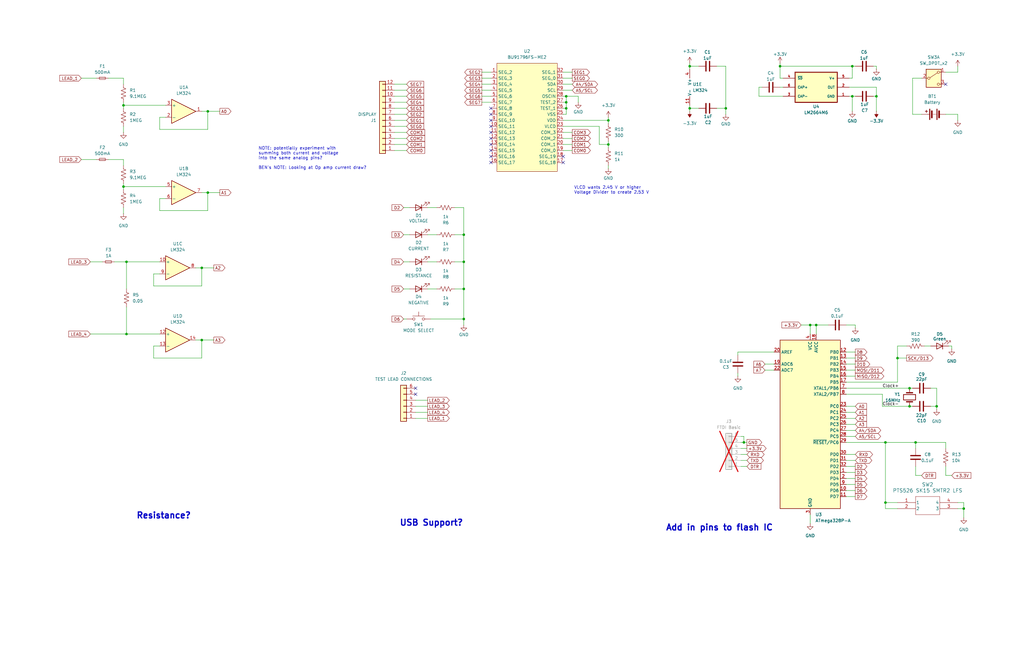
<source format=kicad_sch>
(kicad_sch (version 20250114) (generator "eeschema") (generator_version "9.0")
  (paper "USLedger")
  (text "Resistance?" (at 57.404 217.678 0) (effects (font (size 2.54 2.54) (thickness 0.508) (bold yes)) (justify left)))
  (text "NOTE: potentially experiment with \nsumming both current and voltage \ninto the same analog pins?\n\nBEN's NOTE: Looking at Op amp current draw?" (at 108.966 66.802 0) (effects (font (size 1.27 1.27)) (justify left)))
  (text "Add in pins to flash IC" (at 280.67 222.758 0) (effects (font (size 2.54 2.54) (thickness 0.508) (bold yes)) (justify left)))
  (text "VLCD wants 2.45 V or higher\nVoltage Divider to create 2.53 V" (at 242.062 80.264 0) (effects (font (size 1.27 1.27)) (justify left)))
  (text "USB Support?" (at 168.402 220.726 0) (effects (font (size 2.54 2.54) (thickness 0.508) (bold yes)) (justify left)))
  (junction (at 195.58 134.62))
  (junction (at 306.07 45.72))
  (junction (at 328.93 27.94))
  (junction (at 386.08 186.69))
  (junction (at 238.76 45.72))
  (junction (at 406.4 214.63))
  (junction (at 52.07 44.45))
  (junction (at 87.63 81.28))
  (junction (at 87.63 46.99))
  (junction (at 373.38 212.09))
  (junction (at 290.83 45.72))
  (junction (at 378.46 151.13))
  (junction (at 359.41 27.94))
  (junction (at 383.54 163.83))
  (junction (at 195.58 110.49))
  (junction (at 52.07 78.74))
  (junction (at 344.17 137.16))
  (junction (at 313.69 186.69))
  (junction (at 290.83 27.94))
  (junction (at 85.09 143.51))
  (junction (at 369.57 40.64))
  (junction (at 53.34 140.97))
  (junction (at 85.09 113.03))
  (junction (at 383.54 171.45))
  (junction (at 359.41 40.64))
  (junction (at 195.58 121.92))
  (junction (at 256.54 60.96))
  (junction (at 394.97 171.45))
  (junction (at 238.76 40.64))
  (junction (at 256.54 50.8))
  (junction (at 53.34 110.49))
  (junction (at 195.58 99.06))
  (junction (at 373.38 186.69))
  (junction (at 341.63 137.16))
  (junction (at 238.76 43.18))
  (no_connect (at 207.01 58.42))
  (no_connect (at 207.01 55.88))
  (no_connect (at 207.01 53.34))
  (no_connect (at 207.01 68.58))
  (no_connect (at 398.78 35.56))
  (no_connect (at 207.01 63.5))
  (no_connect (at 175.26 166.37))
  (no_connect (at 207.01 50.8))
  (no_connect (at 175.26 163.83))
  (no_connect (at 207.01 45.72))
  (no_connect (at 207.01 60.96))
  (no_connect (at 207.01 48.26))
  (no_connect (at 237.49 68.58))
  (no_connect (at 237.49 66.04))
  (no_connect (at 207.01 66.04))
  (wire (pts (xy 406.4 212.09) (xy 403.86 212.09)))
  (wire (pts (xy 394.97 171.45) (xy 392.43 171.45)))
  (wire (pts (xy 311.15 158.75) (xy 311.15 157.48)))
  (wire (pts (xy 373.38 186.69) (xy 386.08 186.69)))
  (wire (pts (xy 383.54 163.83) (xy 384.81 163.83)))
  (wire (pts (xy 38.1 110.49) (xy 43.18 110.49)))
  (wire (pts (xy 358.14 36.83) (xy 369.57 36.83)))
  (wire (pts (xy 48.26 110.49) (xy 53.34 110.49)))
  (wire (pts (xy 67.31 88.9) (xy 87.63 88.9)))
  (wire (pts (xy 382.27 151.13) (xy 378.46 151.13)))
  (wire (pts (xy 238.76 45.72) (xy 238.76 43.18)))
  (wire (pts (xy 67.31 146.05) (xy 64.77 146.05)))
  (wire (pts (xy 237.49 35.56) (xy 241.3 35.56)))
  (wire (pts (xy 171.45 63.5) (xy 166.37 63.5)))
  (wire (pts (xy 67.31 49.53) (xy 67.31 54.61)))
  (wire (pts (xy 373.38 186.69) (xy 373.38 212.09)))
  (wire (pts (xy 170.18 121.92) (xy 172.72 121.92)))
  (wire (pts (xy 87.63 46.99) (xy 85.09 46.99)))
  (wire (pts (xy 171.45 55.88) (xy 166.37 55.88)))
  (wire (pts (xy 238.76 43.18) (xy 238.76 40.64)))
  (wire (pts (xy 359.41 33.02) (xy 358.14 33.02)))
  (wire (pts (xy 386.08 186.69) (xy 398.78 186.69)))
  (wire (pts (xy 195.58 87.63) (xy 195.58 99.06)))
  (wire (pts (xy 290.83 26.67) (xy 290.83 27.94)))
  (wire (pts (xy 170.18 99.06) (xy 172.72 99.06)))
  (wire (pts (xy 378.46 146.05) (xy 378.46 151.13)))
  (wire (pts (xy 356.87 201.93) (xy 360.68 201.93)))
  (wire (pts (xy 195.58 121.92) (xy 195.58 134.62)))
  (wire (pts (xy 356.87 148.59) (xy 360.68 148.59)))
  (wire (pts (xy 320.04 40.64) (xy 330.2 40.64)))
  (wire (pts (xy 171.45 45.72) (xy 166.37 45.72)))
  (wire (pts (xy 175.26 173.99) (xy 180.34 173.99)))
  (wire (pts (xy 313.69 184.15) (xy 313.69 186.69)))
  (wire (pts (xy 38.1 140.97) (xy 53.34 140.97)))
  (wire (pts (xy 252.73 60.96) (xy 256.54 60.96)))
  (wire (pts (xy 356.87 191.77) (xy 360.68 191.77)))
  (wire (pts (xy 398.78 200.66) (xy 401.32 200.66)))
  (wire (pts (xy 184.15 99.06) (xy 180.34 99.06)))
  (wire (pts (xy 341.63 137.16) (xy 344.17 137.16)))
  (wire (pts (xy 290.83 45.72) (xy 290.83 46.99)))
  (wire (pts (xy 386.08 196.85) (xy 386.08 200.66)))
  (wire (pts (xy 87.63 81.28) (xy 92.71 81.28)))
  (wire (pts (xy 359.41 27.94) (xy 359.41 33.02)))
  (wire (pts (xy 384.81 33.02) (xy 388.62 33.02)))
  (wire (pts (xy 312.42 189.23) (xy 314.96 189.23)))
  (wire (pts (xy 237.49 48.26) (xy 238.76 48.26)))
  (wire (pts (xy 356.87 151.13) (xy 360.68 151.13)))
  (wire (pts (xy 175.26 176.53) (xy 180.34 176.53)))
  (wire (pts (xy 45.72 67.31) (xy 52.07 67.31)))
  (wire (pts (xy 52.07 77.47) (xy 52.07 78.74)))
  (wire (pts (xy 203.2 43.18) (xy 207.01 43.18)))
  (wire (pts (xy 369.57 46.99) (xy 369.57 40.64)))
  (wire (pts (xy 344.17 137.16) (xy 349.25 137.16)))
  (wire (pts (xy 378.46 161.29) (xy 356.87 161.29)))
  (wire (pts (xy 313.69 186.69) (xy 314.96 186.69)))
  (wire (pts (xy 243.84 40.64) (xy 243.84 43.18)))
  (wire (pts (xy 237.49 55.88) (xy 241.3 55.88)))
  (wire (pts (xy 356.87 156.21) (xy 360.68 156.21)))
  (wire (pts (xy 171.45 53.34) (xy 166.37 53.34)))
  (wire (pts (xy 356.87 194.31) (xy 360.68 194.31)))
  (wire (pts (xy 394.97 172.72) (xy 394.97 171.45)))
  (wire (pts (xy 85.09 143.51) (xy 82.55 143.51)))
  (wire (pts (xy 312.42 186.69) (xy 313.69 186.69)))
  (wire (pts (xy 171.45 50.8) (xy 166.37 50.8)))
  (wire (pts (xy 320.04 36.83) (xy 320.04 40.64)))
  (wire (pts (xy 378.46 214.63) (xy 373.38 214.63)))
  (wire (pts (xy 328.93 27.94) (xy 359.41 27.94)))
  (wire (pts (xy 203.2 38.1) (xy 207.01 38.1)))
  (wire (pts (xy 356.87 204.47) (xy 360.68 204.47)))
  (wire (pts (xy 369.57 27.94) (xy 369.57 29.21)))
  (wire (pts (xy 356.87 173.99) (xy 360.68 173.99)))
  (wire (pts (xy 326.39 148.59) (xy 311.15 148.59)))
  (wire (pts (xy 184.15 121.92) (xy 180.34 121.92)))
  (wire (pts (xy 237.49 33.02) (xy 241.3 33.02)))
  (wire (pts (xy 203.2 33.02) (xy 207.01 33.02)))
  (wire (pts (xy 330.2 33.02) (xy 328.93 33.02)))
  (wire (pts (xy 401.32 146.05) (xy 400.05 146.05)))
  (wire (pts (xy 171.45 40.64) (xy 166.37 40.64)))
  (wire (pts (xy 85.09 143.51) (xy 90.17 143.51)))
  (wire (pts (xy 311.15 148.59) (xy 311.15 149.86)))
  (wire (pts (xy 203.2 30.48) (xy 207.01 30.48)))
  (wire (pts (xy 373.38 212.09) (xy 378.46 212.09)))
  (wire (pts (xy 64.77 151.13) (xy 85.09 151.13)))
  (wire (pts (xy 237.49 30.48) (xy 241.3 30.48)))
  (wire (pts (xy 356.87 186.69) (xy 373.38 186.69)))
  (wire (pts (xy 341.63 217.17) (xy 341.63 220.98)))
  (wire (pts (xy 344.17 137.16) (xy 344.17 140.97)))
  (wire (pts (xy 356.87 171.45) (xy 360.68 171.45)))
  (wire (pts (xy 256.54 52.07) (xy 256.54 50.8)))
  (wire (pts (xy 52.07 53.34) (xy 52.07 55.88)))
  (wire (pts (xy 328.93 36.83) (xy 330.2 36.83)))
  (wire (pts (xy 170.18 110.49) (xy 172.72 110.49)))
  (wire (pts (xy 356.87 209.55) (xy 360.68 209.55)))
  (wire (pts (xy 383.54 171.45) (xy 384.81 171.45)))
  (wire (pts (xy 290.83 44.45) (xy 290.83 45.72)))
  (wire (pts (xy 356.87 179.07) (xy 360.68 179.07)))
  (wire (pts (xy 52.07 33.02) (xy 52.07 35.56)))
  (wire (pts (xy 394.97 163.83) (xy 394.97 171.45)))
  (wire (pts (xy 52.07 87.63) (xy 52.07 90.17)))
  (wire (pts (xy 373.38 212.09) (xy 373.38 214.63)))
  (wire (pts (xy 191.77 110.49) (xy 195.58 110.49)))
  (wire (pts (xy 384.81 33.02) (xy 384.81 48.26)))
  (wire (pts (xy 386.08 186.69) (xy 386.08 189.23)))
  (wire (pts (xy 302.26 27.94) (xy 306.07 27.94)))
  (wire (pts (xy 398.78 186.69) (xy 398.78 189.23)))
  (wire (pts (xy 360.68 137.16) (xy 360.68 138.43)))
  (wire (pts (xy 358.14 40.64) (xy 359.41 40.64)))
  (wire (pts (xy 67.31 115.57) (xy 64.77 115.57)))
  (wire (pts (xy 238.76 40.64) (xy 243.84 40.64)))
  (wire (pts (xy 341.63 140.97) (xy 341.63 137.16)))
  (wire (pts (xy 64.77 120.65) (xy 85.09 120.65)))
  (wire (pts (xy 85.09 120.65) (xy 85.09 113.03)))
  (wire (pts (xy 238.76 48.26) (xy 238.76 45.72)))
  (wire (pts (xy 368.3 27.94) (xy 369.57 27.94)))
  (wire (pts (xy 170.18 134.62) (xy 171.45 134.62)))
  (wire (pts (xy 175.26 168.91) (xy 180.34 168.91)))
  (wire (pts (xy 52.07 78.74) (xy 52.07 80.01)))
  (wire (pts (xy 290.83 45.72) (xy 294.64 45.72)))
  (wire (pts (xy 34.29 67.31) (xy 40.64 67.31)))
  (wire (pts (xy 181.61 134.62) (xy 195.58 134.62)))
  (wire (pts (xy 69.85 49.53) (xy 67.31 49.53)))
  (wire (pts (xy 53.34 140.97) (xy 53.34 129.54)))
  (wire (pts (xy 356.87 153.67) (xy 360.68 153.67)))
  (wire (pts (xy 356.87 196.85) (xy 360.68 196.85)))
  (wire (pts (xy 85.09 113.03) (xy 90.17 113.03)))
  (wire (pts (xy 191.77 87.63) (xy 195.58 87.63)))
  (wire (pts (xy 34.29 33.02) (xy 40.64 33.02)))
  (wire (pts (xy 368.3 40.64) (xy 369.57 40.64)))
  (wire (pts (xy 356.87 181.61) (xy 360.68 181.61)))
  (wire (pts (xy 195.58 134.62) (xy 195.58 137.16)))
  (wire (pts (xy 403.86 48.26) (xy 403.86 50.8)))
  (wire (pts (xy 406.4 214.63) (xy 406.4 218.44)))
  (wire (pts (xy 252.73 53.34) (xy 252.73 60.96)))
  (wire (pts (xy 191.77 121.92) (xy 195.58 121.92)))
  (wire (pts (xy 401.32 146.05) (xy 401.32 147.32)))
  (wire (pts (xy 45.72 33.02) (xy 52.07 33.02)))
  (wire (pts (xy 328.93 33.02) (xy 328.93 27.94)))
  (wire (pts (xy 87.63 54.61) (xy 87.63 46.99)))
  (wire (pts (xy 195.58 110.49) (xy 195.58 121.92)))
  (wire (pts (xy 389.89 146.05) (xy 392.43 146.05)))
  (wire (pts (xy 64.77 115.57) (xy 64.77 120.65)))
  (wire (pts (xy 256.54 69.85) (xy 256.54 71.12)))
  (wire (pts (xy 237.49 40.64) (xy 238.76 40.64)))
  (wire (pts (xy 306.07 27.94) (xy 306.07 45.72)))
  (wire (pts (xy 356.87 137.16) (xy 360.68 137.16)))
  (wire (pts (xy 398.78 48.26) (xy 403.86 48.26)))
  (wire (pts (xy 372.11 171.45) (xy 383.54 171.45)))
  (wire (pts (xy 312.42 191.77) (xy 314.96 191.77)))
  (wire (pts (xy 306.07 45.72) (xy 306.07 48.26)))
  (wire (pts (xy 171.45 43.18) (xy 166.37 43.18)))
  (wire (pts (xy 312.42 184.15) (xy 313.69 184.15)))
  (wire (pts (xy 87.63 46.99) (xy 92.71 46.99)))
  (wire (pts (xy 52.07 43.18) (xy 52.07 44.45)))
  (wire (pts (xy 378.46 151.13) (xy 378.46 161.29)))
  (wire (pts (xy 369.57 40.64) (xy 369.57 36.83)))
  (wire (pts (xy 312.42 196.85) (xy 314.96 196.85)))
  (wire (pts (xy 237.49 38.1) (xy 241.3 38.1)))
  (wire (pts (xy 328.93 26.67) (xy 328.93 27.94)))
  (wire (pts (xy 195.58 99.06) (xy 195.58 110.49)))
  (wire (pts (xy 171.45 38.1) (xy 166.37 38.1)))
  (wire (pts (xy 356.87 163.83) (xy 383.54 163.83)))
  (wire (pts (xy 52.07 78.74) (xy 69.85 78.74)))
  (wire (pts (xy 392.43 163.83) (xy 394.97 163.83)))
  (wire (pts (xy 184.15 110.49) (xy 180.34 110.49)))
  (wire (pts (xy 360.68 27.94) (xy 359.41 27.94)))
  (wire (pts (xy 87.63 88.9) (xy 87.63 81.28)))
  (wire (pts (xy 237.49 60.96) (xy 241.3 60.96)))
  (wire (pts (xy 171.45 58.42) (xy 166.37 58.42)))
  (wire (pts (xy 171.45 48.26) (xy 166.37 48.26)))
  (wire (pts (xy 256.54 59.69) (xy 256.54 60.96)))
  (wire (pts (xy 372.11 166.37) (xy 372.11 171.45)))
  (wire (pts (xy 337.82 137.16) (xy 341.63 137.16)))
  (wire (pts (xy 85.09 113.03) (xy 82.55 113.03)))
  (wire (pts (xy 171.45 60.96) (xy 166.37 60.96)))
  (wire (pts (xy 237.49 50.8) (xy 256.54 50.8)))
  (wire (pts (xy 406.4 212.09) (xy 406.4 214.63)))
  (wire (pts (xy 237.49 43.18) (xy 238.76 43.18)))
  (wire (pts (xy 356.87 207.01) (xy 360.68 207.01)))
  (wire (pts (xy 64.77 146.05) (xy 64.77 151.13)))
  (wire (pts (xy 171.45 35.56) (xy 166.37 35.56)))
  (wire (pts (xy 312.42 194.31) (xy 314.96 194.31)))
  (wire (pts (xy 356.87 184.15) (xy 360.68 184.15)))
  (wire (pts (xy 356.87 176.53) (xy 360.68 176.53)))
  (wire (pts (xy 403.86 30.48) (xy 403.86 27.94)))
  (wire (pts (xy 359.41 40.64) (xy 360.68 40.64)))
  (wire (pts (xy 378.46 146.05) (xy 382.27 146.05)))
  (wire (pts (xy 67.31 83.82) (xy 67.31 88.9)))
  (wire (pts (xy 321.31 36.83) (xy 320.04 36.83)))
  (wire (pts (xy 237.49 45.72) (xy 238.76 45.72)))
  (wire (pts (xy 237.49 63.5) (xy 241.3 63.5)))
  (wire (pts (xy 356.87 199.39) (xy 360.68 199.39)))
  (wire (pts (xy 406.4 214.63) (xy 403.86 214.63)))
  (wire (pts (xy 53.34 110.49) (xy 53.34 121.92)))
  (wire (pts (xy 191.77 99.06) (xy 195.58 99.06)))
  (wire (pts (xy 67.31 54.61) (xy 87.63 54.61)))
  (wire (pts (xy 302.26 45.72) (xy 306.07 45.72)))
  (wire (pts (xy 237.49 53.34) (xy 252.73 53.34)))
  (wire (pts (xy 384.81 48.26) (xy 388.62 48.26)))
  (wire (pts (xy 398.78 30.48) (xy 403.86 30.48)))
  (wire (pts (xy 386.08 200.66) (xy 388.62 200.66)))
  (wire (pts (xy 322.58 156.21) (xy 326.39 156.21)))
  (wire (pts (xy 237.49 58.42) (xy 241.3 58.42)))
  (wire (pts (xy 170.18 87.63) (xy 172.72 87.63)))
  (wire (pts (xy 52.07 67.31) (xy 52.07 69.85)))
  (wire (pts (xy 203.2 35.56) (xy 207.01 35.56)))
  (wire (pts (xy 52.07 44.45) (xy 69.85 44.45)))
  (wire (pts (xy 290.83 27.94) (xy 294.64 27.94)))
  (wire (pts (xy 53.34 140.97) (xy 67.31 140.97)))
  (wire (pts (xy 356.87 158.75) (xy 360.68 158.75)))
  (wire (pts (xy 52.07 44.45) (xy 52.07 45.72)))
  (wire (pts (xy 53.34 110.49) (xy 67.31 110.49)))
  (wire (pts (xy 87.63 81.28) (xy 85.09 81.28)))
  (wire (pts (xy 398.78 196.85) (xy 398.78 200.66)))
  (wire (pts (xy 85.09 151.13) (xy 85.09 143.51)))
  (wire (pts (xy 356.87 166.37) (xy 372.11 166.37)))
  (wire (pts (xy 359.41 40.64) (xy 359.41 46.99)))
  (wire (pts (xy 69.85 83.82) (xy 67.31 83.82)))
  (wire (pts (xy 184.15 87.63) (xy 180.34 87.63)))
  (wire (pts (xy 322.58 153.67) (xy 326.39 153.67)))
  (wire (pts (xy 203.2 40.64) (xy 207.01 40.64)))
  (wire (pts (xy 256.54 49.53) (xy 256.54 50.8)))
  (wire (pts (xy 175.26 171.45) (xy 180.34 171.45)))
  (wire (pts (xy 290.83 27.94) (xy 290.83 29.21)))
  (wire (pts (xy 256.54 60.96) (xy 256.54 62.23)))
  (label "Clock-" (at 372.11 171.45 0))
  (label "Clock+" (at 372.11 163.83 0))
  (global_label "COM0" (shape output) (at 241.3 63.5 0) (property "Intersheetrefs" "${INTERSHEET_REFS}" (effects (hide yes))))
  (global_label "SEG0" (shape input) (at 171.45 53.34 0) (property "Intersheetrefs" "${INTERSHEET_REFS}" (effects (hide yes))))
  (global_label "SCK{slash}D13" (shape output) (at 382.27 151.13 0) (property "Intersheetrefs" "${INTERSHEET_REFS}" (effects (hide yes))))
  (global_label "D6" (shape input) (at 170.18 134.62 180) (property "Intersheetrefs" "${INTERSHEET_REFS}" (effects (hide yes))))
  (global_label "D5" (shape input) (at 170.18 121.92 180) (property "Intersheetrefs" "${INTERSHEET_REFS}" (effects (hide yes))))
  (global_label "SEG0" (shape output) (at 241.3 33.02 0) (property "Intersheetrefs" "${INTERSHEET_REFS}" (effects (hide yes))))
  (global_label "LEAD_3" (shape output) (at 180.34 171.45 0) (property "Intersheetrefs" "${INTERSHEET_REFS}" (effects (hide yes))))
  (global_label "MOSI{slash}D11" (shape output) (at 360.68 156.21 0) (property "Intersheetrefs" "${INTERSHEET_REFS}" (effects (hide yes))))
  (global_label "LEAD_2" (shape input) (at 34.29 67.31 180) (property "Intersheetrefs" "${INTERSHEET_REFS}" (effects (hide yes))))
  (global_label "D4" (shape output) (at 360.68 201.93 0) (property "Intersheetrefs" "${INTERSHEET_REFS}" (effects (hide yes))))
  (global_label "SEG3" (shape output) (at 203.2 33.02 180) (property "Intersheetrefs" "${INTERSHEET_REFS}" (effects (hide yes))))
  (global_label "A3" (shape input) (at 360.68 179.07 0) (property "Intersheetrefs" "${INTERSHEET_REFS}" (effects (hide yes))))
  (global_label "A2" (shape input) (at 360.68 176.53 0) (property "Intersheetrefs" "${INTERSHEET_REFS}" (effects (hide yes))))
  (global_label "COM1" (shape output) (at 241.3 60.96 0) (property "Intersheetrefs" "${INTERSHEET_REFS}" (effects (hide yes))))
  (global_label "D8" (shape output) (at 360.68 148.59 0) (property "Intersheetrefs" "${INTERSHEET_REFS}" (effects (hide yes))))
  (global_label "COM0" (shape input) (at 171.45 63.5 0) (property "Intersheetrefs" "${INTERSHEET_REFS}" (effects (hide yes))))
  (global_label "A5{slash}SCL" (shape bidirectional) (at 360.68 184.15 0) (property "Intersheetrefs" "${INTERSHEET_REFS}" (effects (hide yes))))
  (global_label "COM2" (shape output) (at 241.3 58.42 0) (property "Intersheetrefs" "${INTERSHEET_REFS}" (effects (hide yes))))
  (global_label "TXD" (shape bidirectional) (at 360.68 194.31 0) (property "Intersheetrefs" "${INTERSHEET_REFS}" (effects (hide yes))))
  (global_label "SEG7" (shape input) (at 171.45 35.56 0) (property "Intersheetrefs" "${INTERSHEET_REFS}" (effects (hide yes))))
  (global_label "D7" (shape output) (at 360.68 209.55 0) (property "Intersheetrefs" "${INTERSHEET_REFS}" (effects (hide yes))))
  (global_label "A1" (shape output) (at 92.71 81.28 0) (property "Intersheetrefs" "${INTERSHEET_REFS}" (effects (hide yes))))
  (global_label "A2" (shape output) (at 90.17 113.03 0) (property "Intersheetrefs" "${INTERSHEET_REFS}" (effects (hide yes))))
  (global_label "LEAD_2" (shape output) (at 180.34 168.91 0) (property "Intersheetrefs" "${INTERSHEET_REFS}" (effects (hide yes))))
  (global_label "+3.3V" (shape input) (at 337.82 137.16 180) (property "Intersheetrefs" "${INTERSHEET_REFS}" (effects (hide yes))))
  (global_label "SEG2" (shape output) (at 203.2 30.48 180) (property "Intersheetrefs" "${INTERSHEET_REFS}" (effects (hide yes))))
  (global_label "SEG3" (shape input) (at 171.45 45.72 0) (property "Intersheetrefs" "${INTERSHEET_REFS}" (effects (hide yes))))
  (global_label "D10" (shape output) (at 360.68 153.67 0) (property "Intersheetrefs" "${INTERSHEET_REFS}" (effects (hide yes))))
  (global_label "A4{slash}SDA" (shape bidirectional) (at 241.3 35.56 0) (property "Intersheetrefs" "${INTERSHEET_REFS}" (effects (hide yes))))
  (global_label "COM3" (shape output) (at 241.3 55.88 0) (property "Intersheetrefs" "${INTERSHEET_REFS}" (effects (hide yes))))
  (global_label "DTR" (shape input) (at 388.62 200.66 0) (property "Intersheetrefs" "${INTERSHEET_REFS}" (effects (hide yes))))
  (global_label "A5{slash}SCL" (shape bidirectional) (at 241.3 38.1 0) (property "Intersheetrefs" "${INTERSHEET_REFS}" (effects (hide yes))))
  (global_label "+3.3V" (shape output) (at 314.96 189.23 0) (property "Intersheetrefs" "${INTERSHEET_REFS}" (effects (hide yes))))
  (global_label "A0" (shape output) (at 92.71 46.99 0) (property "Intersheetrefs" "${INTERSHEET_REFS}" (effects (hide yes))))
  (global_label "D2" (shape input) (at 170.18 87.63 180) (property "Intersheetrefs" "${INTERSHEET_REFS}" (effects (hide yes))))
  (global_label "D2" (shape output) (at 360.68 196.85 0) (property "Intersheetrefs" "${INTERSHEET_REFS}" (effects (hide yes))))
  (global_label "SEG6" (shape input) (at 171.45 38.1 0) (property "Intersheetrefs" "${INTERSHEET_REFS}" (effects (hide yes))))
  (global_label "LEAD_4" (shape output) (at 180.34 173.99 0) (property "Intersheetrefs" "${INTERSHEET_REFS}" (effects (hide yes))))
  (global_label "A6" (shape input) (at 322.58 153.67 180) (property "Intersheetrefs" "${INTERSHEET_REFS}" (effects (hide yes))))
  (global_label "SEG5" (shape input) (at 171.45 40.64 0) (property "Intersheetrefs" "${INTERSHEET_REFS}" (effects (hide yes))))
  (global_label "+3.3V" (shape input) (at 401.32 200.66 0) (property "Intersheetrefs" "${INTERSHEET_REFS}" (effects (hide yes))))
  (global_label "LEAD_1" (shape output) (at 180.34 176.53 0) (property "Intersheetrefs" "${INTERSHEET_REFS}" (effects (hide yes))))
  (global_label "A7" (shape input) (at 322.58 156.21 180) (property "Intersheetrefs" "${INTERSHEET_REFS}" (effects (hide yes))))
  (global_label "COM3" (shape input) (at 171.45 55.88 0) (property "Intersheetrefs" "${INTERSHEET_REFS}" (effects (hide yes))))
  (global_label "TXD" (shape bidirectional) (at 314.96 194.31 0) (property "Intersheetrefs" "${INTERSHEET_REFS}" (effects (hide yes))))
  (global_label "A3" (shape output) (at 90.17 143.51 0) (property "Intersheetrefs" "${INTERSHEET_REFS}" (effects (hide yes))))
  (global_label "SEG1" (shape input) (at 171.45 50.8 0) (property "Intersheetrefs" "${INTERSHEET_REFS}" (effects (hide yes))))
  (global_label "LEAD_3" (shape input) (at 38.1 110.49 180) (property "Intersheetrefs" "${INTERSHEET_REFS}" (effects (hide yes))))
  (global_label "A4{slash}SDA" (shape bidirectional) (at 360.68 181.61 0) (property "Intersheetrefs" "${INTERSHEET_REFS}" (effects (hide yes))))
  (global_label "SEG7" (shape output) (at 203.2 43.18 180) (property "Intersheetrefs" "${INTERSHEET_REFS}" (effects (hide yes))))
  (global_label "RXD" (shape bidirectional) (at 314.96 191.77 0) (property "Intersheetrefs" "${INTERSHEET_REFS}" (effects (hide yes))))
  (global_label "MISO{slash}D12" (shape output) (at 360.68 158.75 0) (property "Intersheetrefs" "${INTERSHEET_REFS}" (effects (hide yes))))
  (global_label "D6" (shape output) (at 360.68 207.01 0) (property "Intersheetrefs" "${INTERSHEET_REFS}" (effects (hide yes))))
  (global_label "SEG5" (shape output) (at 203.2 38.1 180) (property "Intersheetrefs" "${INTERSHEET_REFS}" (effects (hide yes))))
  (global_label "COM2" (shape input) (at 171.45 58.42 0) (property "Intersheetrefs" "${INTERSHEET_REFS}" (effects (hide yes))))
  (global_label "D9" (shape output) (at 360.68 151.13 0) (property "Intersheetrefs" "${INTERSHEET_REFS}" (effects (hide yes))))
  (global_label "COM1" (shape input) (at 171.45 60.96 0) (property "Intersheetrefs" "${INTERSHEET_REFS}" (effects (hide yes))))
  (global_label "SEG1" (shape output) (at 241.3 30.48 0) (property "Intersheetrefs" "${INTERSHEET_REFS}" (effects (hide yes))))
  (global_label "LEAD_1" (shape input) (at 34.29 33.02 180) (property "Intersheetrefs" "${INTERSHEET_REFS}" (effects (hide yes))))
  (global_label "D3" (shape output) (at 360.68 199.39 0) (property "Intersheetrefs" "${INTERSHEET_REFS}" (effects (hide yes))))
  (global_label "DTR" (shape input) (at 314.96 196.85 0) (property "Intersheetrefs" "${INTERSHEET_REFS}" (effects (hide yes))))
  (global_label "A0" (shape input) (at 360.68 171.45 0) (property "Intersheetrefs" "${INTERSHEET_REFS}" (effects (hide yes))))
  (global_label "D5" (shape output) (at 360.68 204.47 0) (property "Intersheetrefs" "${INTERSHEET_REFS}" (effects (hide yes))))
  (global_label "SEG4" (shape output) (at 203.2 35.56 180) (property "Intersheetrefs" "${INTERSHEET_REFS}" (effects (hide yes))))
  (global_label "SEG2" (shape input) (at 171.45 48.26 0) (property "Intersheetrefs" "${INTERSHEET_REFS}" (effects (hide yes))))
  (global_label "RXD" (shape bidirectional) (at 360.68 191.77 0) (property "Intersheetrefs" "${INTERSHEET_REFS}" (effects (hide yes))))
  (global_label "GND" (shape output) (at 314.96 186.69 0) (property "Intersheetrefs" "${INTERSHEET_REFS}" (effects (hide yes))))
  (global_label "SEG4" (shape input) (at 171.45 43.18 0) (property "Intersheetrefs" "${INTERSHEET_REFS}" (effects (hide yes))))
  (global_label "SEG6" (shape output) (at 203.2 40.64 180) (property "Intersheetrefs" "${INTERSHEET_REFS}" (effects (hide yes))))
  (global_label "LEAD_4" (shape input) (at 38.1 140.97 180) (property "Intersheetrefs" "${INTERSHEET_REFS}" (effects (hide yes))))
  (global_label "D3" (shape input) (at 170.18 99.06 180) (property "Intersheetrefs" "${INTERSHEET_REFS}" (effects (hide yes))))
  (global_label "D4" (shape input) (at 170.18 110.49 180) (property "Intersheetrefs" "${INTERSHEET_REFS}" (effects (hide yes))))
  (global_label "A1" (shape input) (at 360.68 173.99 0) (property "Intersheetrefs" "${INTERSHEET_REFS}" (effects (hide yes))))
  (symbol (lib_id "Device:R_US") (at 187.96 121.92 270) (unit 1)
    (property "Reference" "R9" (at 187.96 128.27 90))
    (property "Value" "1k" (at 187.96 125.73 90))
    (property "Footprint" "Resistor_SMD:R_0805_2012Metric_Pad1.20x1.40mm_HandSolder" (effects (hide yes)))
    (property "Description" "Resistor, US symbol" (effects (hide yes)))
  )
  (symbol (lib_id "power:GND") (at 306.07 48.26 0) (unit 1)
    (property "Reference" "#PWR09" (effects (hide yes)))
    (property "Value" "GND" (at 306.07 52.324 0))
    (property "Description" "Power symbol creates a global label with name \"GND\" , ground" (effects (hide yes)))
  )
  (symbol (lib_id "Mini_DMM_Library:PTS526_SK15_SMTR2_LFS") (at 370.84 212.09 0) (unit 1)
    (property "Reference" "SW2" (at 391.16 204.47 0) (effects (font (size 1.524 1.524))))
    (property "Value" "PTS526 SK15 SMTR2 LFS" (at 391.16 207.01 0) (effects (font (size 1.524 1.524))))
    (property "Footprint" "Mini_DMM_Footprint_Library:SMT_FS" (effects (hide yes)))
    (property "Datasheet" "PTS526 SK15 SMTR2 LFS" (effects (hide yes)))
  )
  (symbol (lib_id "power:GND") (at 394.97 172.72 0) (unit 1)
    (property "Reference" "#PWR017" (effects (hide yes)))
    (property "Value" "GND" (at 394.97 177.8 0))
    (property "Description" "Power symbol creates a global label with name \"GND\" , ground" (effects (hide yes)))
  )
  (symbol (lib_id "Device:R_US") (at 52.07 39.37 0) (unit 1)
    (property "Reference" "R1" (at 54.61 38.0999 0) (effects (justify left)))
    (property "Value" "9.1MEG" (at 54.61 40.6399 0) (effects (justify left)))
    (property "Footprint" "Resistor_SMD:R_0805_2012Metric_Pad1.20x1.40mm_HandSolder" (effects (hide yes)))
    (property "Description" "Resistor, US symbol" (effects (hide yes)))
  )
  (symbol (lib_id "Amplifier_Operational:LM324") (at 77.47 81.28 0) (unit 2)
    (property "Reference" "U1" (at 77.47 71.12 0))
    (property "Value" "LM324" (at 77.47 73.66 0))
    (property "Footprint" "Package_SO:SOIC-14_3.9x8.7mm_P1.27mm" (effects (hide yes)))
    (property "Datasheet" "http://www.ti.com/lit/ds/symlink/lm2902-n.pdf" (effects (hide yes)))
    (property "Description" "Low-Power, Quad-Operational Amplifiers, DIP-14/SOIC-14/SSOP-14" (effects (hide yes)))
  )
  (symbol (lib_id "Device:LED") (at 176.53 121.92 180) (unit 1)
    (property "Reference" "D4" (at 176.53 125.222 0))
    (property "Value" "NEGATIVE" (at 176.53 127.762 0))
    (property "Footprint" "LED_SMD:LED_0805_2012Metric_Pad1.15x1.40mm_HandSolder" (effects (hide yes)))
    (property "Description" "Light emitting diode" (effects (hide yes)))
    (property "Sim.Pins" "1=K 2=A" (effects (hide yes)))
  )
  (symbol (lib_id "Device:R_US") (at 53.34 125.73 0) (unit 1)
    (property "Reference" "R5" (at 55.88 124.4599 0) (effects (justify left)))
    (property "Value" "0.05" (at 55.88 126.9999 0) (effects (justify left)))
    (property "Footprint" "Resistor_SMD:R_2512_6332Metric_Pad1.40x3.35mm_HandSolder" (effects (hide yes)))
    (property "Description" "Resistor, US symbol" (effects (hide yes)))
  )
  (symbol (lib_id "Device:LED") (at 176.53 99.06 180) (unit 1)
    (property "Reference" "D2" (at 176.53 102.362 0))
    (property "Value" "CURRENT" (at 176.53 104.902 0))
    (property "Footprint" "LED_SMD:LED_0805_2012Metric_Pad1.15x1.40mm_HandSolder" (effects (hide yes)))
    (property "Description" "Light emitting diode" (effects (hide yes)))
    (property "Sim.Pins" "1=K 2=A" (effects (hide yes)))
  )
  (symbol (lib_id "power:+3.3V") (at 328.93 26.67 0) (unit 1)
    (property "Reference" "#PWR011" (effects (hide yes)))
    (property "Value" "+3.3V" (at 328.93 22.86 0))
    (property "Description" "Power symbol creates a global label with name \"+3.3V\"" (effects (hide yes)))
  )
  (symbol (lib_id "Connector_Generic:Conn_01x06") (at 307.34 191.77 180) (unit 1) (dnp yes)
    (property "Reference" "J3" (at 307.34 177.8 0))
    (property "Value" "FTDI Basic" (at 307.34 180.34 0))
    (property "Footprint" "Connector_PinSocket_2.54mm:PinSocket_1x06_P2.54mm_Vertical" (effects (hide yes)))
    (property "Description" "Generic connector, single row, 01x06, script generated (kicad-library-utils/schlib/autogen/connector/)" (effects (hide yes)))
  )
  (symbol (lib_id "Device:R_US") (at 256.54 66.04 0) (unit 1)
    (property "Reference" "R11" (at 259.08 64.7699 0) (effects (justify left)))
    (property "Value" "1k" (at 259.08 67.3099 0) (effects (justify left)))
    (property "Footprint" "Resistor_SMD:R_0805_2012Metric_Pad1.20x1.40mm_HandSolder" (effects (hide yes)))
    (property "Description" "Resistor, US symbol" (effects (hide yes)))
  )
  (symbol (lib_id "Device:C") (at 325.12 36.83 270) (mirror x) (unit 1)
    (property "Reference" "C4" (at 324.993 30.861 90))
    (property "Value" "1uF" (at 324.993 33.401 90))
    (property "Footprint" "Capacitor_SMD:C_0805_2012Metric_Pad1.18x1.45mm_HandSolder" (effects (hide yes)))
    (property "Description" "Unpolarized capacitor" (effects (hide yes)))
  )
  (symbol (lib_id "Device:C") (at 388.62 171.45 270) (mirror x) (unit 1)
    (property "Reference" "C10" (at 388.62 177.546 90))
    (property "Value" "22pF" (at 388.62 175.26 90))
    (property "Footprint" "Capacitor_SMD:C_0805_2012Metric_Pad1.18x1.45mm_HandSolder" (effects (hide yes)))
    (property "Description" "Unpolarized capacitor" (effects (hide yes)))
  )
  (symbol (lib_id "Device:R_US") (at 398.78 193.04 0) (unit 1)
    (property "Reference" "R13" (at 401.32 191.7699 0) (effects (justify left)))
    (property "Value" "10k" (at 401.32 194.3099 0) (effects (justify left)))
    (property "Footprint" "Resistor_SMD:R_0805_2012Metric_Pad1.20x1.40mm_HandSolder" (effects (hide yes)))
    (property "Description" "Resistor, US symbol" (effects (hide yes)))
  )
  (symbol (lib_id "Device:R_US") (at 187.96 87.63 270) (unit 1)
    (property "Reference" "R6" (at 187.96 93.98 90))
    (property "Value" "1k" (at 187.96 91.44 90))
    (property "Footprint" "Resistor_SMD:R_0805_2012Metric_Pad1.20x1.40mm_HandSolder" (effects (hide yes)))
    (property "Description" "Resistor, US symbol" (effects (hide yes)))
  )
  (symbol (lib_id "Device:Fuse_Small") (at 43.18 33.02 0) (unit 1)
    (property "Reference" "F1" (at 43.18 27.94 0))
    (property "Value" "500mA" (at 43.18 30.48 0))
    (property "Footprint" "Fuse:Fuse_1206_3216Metric_Pad1.42x1.75mm_HandSolder" (effects (hide yes)))
    (property "Description" "Fuse, small symbol" (effects (hide yes)))
  )
  (symbol (lib_id "Device:R_US") (at 386.08 146.05 270) (mirror x) (unit 1)
    (property "Reference" "R12" (at 386.08 140.97 90))
    (property "Value" "390" (at 386.08 143.51 90))
    (property "Footprint" "Resistor_SMD:R_0805_2012Metric_Pad1.20x1.40mm_HandSolder" (effects (hide yes)))
    (property "Description" "Resistor, US symbol" (effects (hide yes)))
  )
  (symbol (lib_id "Mini_DMM_Library:LM2664M6") (at 344.17 36.83 0) (unit 1)
    (property "Reference" "U4" (at 344.17 44.958 0))
    (property "Value" "LM2664M6" (at 344.17 47.498 0))
    (property "Footprint" "Mini_DMM_Footprint_Library:SOT95P280X145-6N" (effects (hide yes)))
  )
  (symbol (lib_id "power:GND") (at 311.15 158.75 0) (unit 1)
    (property "Reference" "#PWR010" (effects (hide yes)))
    (property "Value" "GND" (at 311.15 163.83 0))
    (property "Description" "Power symbol creates a global label with name \"GND\" , ground" (effects (hide yes)))
  )
  (symbol (lib_id "power:+3.3V") (at 256.54 49.53 0) (unit 1)
    (property "Reference" "#PWR05" (effects (hide yes)))
    (property "Value" "+3.3V" (at 256.54 44.45 0))
    (property "Description" "Power symbol creates a global label with name \"+3.3V\"" (effects (hide yes)))
  )
  (symbol (lib_id "Amplifier_Operational:LM324") (at 77.47 46.99 0) (unit 1)
    (property "Reference" "U1" (at 77.47 36.83 0))
    (property "Value" "LM324" (at 77.47 39.37 0))
    (property "Footprint" "Package_SO:SOIC-14_3.9x8.7mm_P1.27mm" (effects (hide yes)))
    (property "Datasheet" "http://www.ti.com/lit/ds/symlink/lm2902-n.pdf" (effects (hide yes)))
    (property "Description" "Low-Power, Quad-Operational Amplifiers, DIP-14/SOIC-14/SSOP-14" (effects (hide yes)))
  )
  (symbol (lib_id "power:GND") (at 360.68 138.43 0) (unit 1)
    (property "Reference" "#PWR014" (effects (hide yes)))
    (property "Value" "GND" (at 360.68 143.51 0))
    (property "Description" "Power symbol creates a global label with name \"GND\" , ground" (effects (hide yes)))
  )
  (symbol (lib_id "Device:R_US") (at 52.07 83.82 0) (unit 1)
    (property "Reference" "R4" (at 54.61 82.5499 0) (effects (justify left)))
    (property "Value" "1MEG" (at 54.61 85.0899 0) (effects (justify left)))
    (property "Footprint" "Resistor_SMD:R_0805_2012Metric_Pad1.20x1.40mm_HandSolder" (effects (hide yes)))
    (property "Description" "Resistor, US symbol" (effects (hide yes)))
  )
  (symbol (lib_id "power:GND") (at 341.63 220.98 0) (unit 1)
    (property "Reference" "#PWR012" (effects (hide yes)))
    (property "Value" "GND" (at 341.63 226.06 0))
    (property "Description" "Power symbol creates a global label with name \"GND\" , ground" (effects (hide yes)))
  )
  (symbol (lib_id "power:-3V3") (at 290.83 46.99 180) (unit 1)
    (property "Reference" "#PWR08" (effects (hide yes)))
    (property "Value" "-3.3V" (at 290.83 52.07 0))
    (property "Description" "Power symbol creates a global label with name \"-3V3\"" (effects (hide yes)))
  )
  (symbol (lib_id "power:+3.3V") (at 290.83 26.67 0) (unit 1)
    (property "Reference" "#PWR07" (effects (hide yes)))
    (property "Value" "+3.3V" (at 290.83 21.59 0))
    (property "Description" "Power symbol creates a global label with name \"+3.3V\"" (effects (hide yes)))
  )
  (symbol (lib_id "Device:Fuse_Small") (at 45.72 110.49 0) (unit 1)
    (property "Reference" "F3" (at 45.72 105.41 0))
    (property "Value" "1A" (at 45.72 107.95 0))
    (property "Footprint" "Fuse:Fuse_1206_3216Metric_Pad1.42x1.75mm_HandSolder" (effects (hide yes)))
    (property "Description" "Fuse, small symbol" (effects (hide yes)))
  )
  (symbol (lib_id "power:GND") (at 401.32 147.32 0) (unit 1)
    (property "Reference" "#PWR018" (effects (hide yes)))
    (property "Value" "GND" (at 401.32 152.4 0))
    (property "Description" "Power symbol creates a global label with name \"GND\" , ground" (effects (hide yes)))
  )
  (symbol (lib_id "Device:C") (at 386.08 193.04 0) (mirror y) (unit 1)
    (property "Reference" "C8" (at 391.16 191.77 0))
    (property "Value" "0.1uF" (at 391.16 194.31 0))
    (property "Footprint" "Capacitor_SMD:C_0805_2012Metric_Pad1.18x1.45mm_HandSolder" (effects (hide yes)))
    (property "Description" "Unpolarized capacitor" (effects (hide yes)))
  )
  (symbol (lib_id "Device:C") (at 364.49 27.94 270) (mirror x) (unit 1)
    (property "Reference" "C6" (at 364.363 21.971 90))
    (property "Value" "1uF" (at 364.363 24.511 90))
    (property "Footprint" "Capacitor_SMD:C_0805_2012Metric_Pad1.18x1.45mm_HandSolder" (effects (hide yes)))
    (property "Description" "Unpolarized capacitor" (effects (hide yes)))
  )
  (symbol (lib_id "Device:C") (at 364.49 40.64 90) (mirror x) (unit 1)
    (property "Reference" "C7" (at 364.617 46.609 90))
    (property "Value" "1uF" (at 364.617 44.069 90))
    (property "Footprint" "Capacitor_SMD:C_0805_2012Metric_Pad1.18x1.45mm_HandSolder" (effects (hide yes)))
    (property "Description" "Unpolarized capacitor" (effects (hide yes)))
  )
  (symbol (lib_id "Device:R_US") (at 187.96 99.06 270) (unit 1)
    (property "Reference" "R7" (at 187.96 105.41 90))
    (property "Value" "1k" (at 187.96 102.87 90))
    (property "Footprint" "Resistor_SMD:R_0805_2012Metric_Pad1.20x1.40mm_HandSolder" (effects (hide yes)))
    (property "Description" "Resistor, US symbol" (effects (hide yes)))
  )
  (symbol (lib_id "power:+3.3V") (at 403.86 27.94 0) (unit 1)
    (property "Reference" "#PWR019" (effects (hide yes)))
    (property "Value" "+3.3V" (at 403.86 22.86 0))
    (property "Description" "Power symbol creates a global label with name \"+3.3V\"" (effects (hide yes)))
  )
  (symbol (lib_id "Device:LED") (at 396.24 146.05 180) (unit 1)
    (property "Reference" "D5" (at 396.24 140.97 0))
    (property "Value" "Green" (at 396.24 143.002 0))
    (property "Footprint" "LED_SMD:LED_0805_2012Metric_Pad1.15x1.40mm_HandSolder" (effects (hide yes)))
    (property "Description" "Light emitting diode" (effects (hide yes)))
  )
  (symbol (lib_id "Amplifier_Operational:LM324") (at 74.93 113.03 0) (unit 3)
    (property "Reference" "U1" (at 74.93 102.87 0))
    (property "Value" "LM324" (at 74.93 105.41 0))
    (property "Footprint" "Package_SO:SOIC-14_3.9x8.7mm_P1.27mm" (effects (hide yes)))
    (property "Datasheet" "http://www.ti.com/lit/ds/symlink/lm2902-n.pdf" (effects (hide yes)))
    (property "Description" "Low-Power, Quad-Operational Amplifiers, DIP-14/SOIC-14/SSOP-14" (effects (hide yes)))
  )
  (symbol (lib_id "Switch:SW_Push") (at 176.53 134.62 0) (unit 1)
    (property "Reference" "SW1" (at 176.53 136.906 0))
    (property "Value" "MODE SELECT" (at 176.53 139.446 0))
    (property "Footprint" "Mini_DMM_Footprint_Library:SMT_FS" (effects (hide yes)))
    (property "Description" "Push button switch, generic, two pins" (effects (hide yes)))
  )
  (symbol (lib_id "power:GND") (at 52.07 90.17 0) (unit 1)
    (property "Reference" "#PWR02" (effects (hide yes)))
    (property "Value" "GND" (at 52.07 95.25 0))
    (property "Description" "Power symbol creates a global label with name \"GND\" , ground" (effects (hide yes)))
  )
  (symbol (lib_id "Switch:SW_DPDT_x2") (at 393.7 33.02 0) (unit 1)
    (property "Reference" "SW3" (at 393.7 24.13 0))
    (property "Value" "SW_DPDT_x2" (at 393.7 26.67 0))
    (property "Footprint" "Mini_DMM_Footprint_Library:SW_JS102011SAQN" (effects (hide yes)))
    (property "Description" "Switch, dual pole double throw, separate symbols" (effects (hide yes)))
  )
  (symbol (lib_id "Device:C") (at 388.62 163.83 90) (unit 1)
    (property "Reference" "C9" (at 388.62 157.988 90))
    (property "Value" "22pF" (at 388.62 160.02 90))
    (property "Footprint" "Capacitor_SMD:C_0805_2012Metric_Pad1.18x1.45mm_HandSolder" (effects (hide yes)))
    (property "Description" "Unpolarized capacitor" (effects (hide yes)))
  )
  (symbol (lib_id "Amplifier_Operational:LM324") (at 293.37 36.83 0) (unit 5)
    (property "Reference" "U1" (at 292.1 35.5599 0) (effects (justify left)))
    (property "Value" "LM324" (at 292.1 38.0999 0) (effects (justify left)))
    (property "Footprint" "Package_SO:SOIC-14_3.9x8.7mm_P1.27mm" (effects (hide yes)))
    (property "Datasheet" "http://www.ti.com/lit/ds/symlink/lm2902-n.pdf" (effects (hide yes)))
    (property "Description" "Low-Power, Quad-Operational Amplifiers, DIP-14/SOIC-14/SSOP-14" (effects (hide yes)))
  )
  (symbol (lib_id "Mini_DMM_Library:BU91796FS-ME2") (at 222.25 49.53 0) (unit 1)
    (property "Reference" "U2" (at 222.25 21.59 0))
    (property "Value" "BU91796FS-ME2" (at 222.25 24.13 0))
    (property "Footprint" "Mini_DMM_Footprint_Library:SSOP-A32" (effects (hide yes)))
    (property "Datasheet" "https://fscdn.rohm.com/en/products/databook/datasheet/ic/driver/lcd_segment/bu91796xxx-m-e.pdf" (effects (hide yes)))
  )
  (symbol (lib_id "Connector_Generic:Conn_01x06") (at 170.18 171.45 180) (unit 1)
    (property "Reference" "J2" (at 170.18 157.48 0))
    (property "Value" "TEST LEAD CONNECTIONS" (at 170.18 160.02 0))
    (property "Footprint" "Connector_PinHeader_2.54mm:PinHeader_1x06_P2.54mm_Horizontal" (effects (hide yes)))
    (property "Description" "Generic connector, single row, 01x06, script generated (kicad-library-utils/schlib/autogen/connector/)" (effects (hide yes)))
  )
  (symbol (lib_id "Device:R_US") (at 52.07 73.66 0) (unit 1)
    (property "Reference" "R3" (at 54.61 72.3899 0) (effects (justify left)))
    (property "Value" "9.1MEG" (at 54.61 74.9299 0) (effects (justify left)))
    (property "Footprint" "Resistor_SMD:R_0805_2012Metric_Pad1.20x1.40mm_HandSolder" (effects (hide yes)))
    (property "Description" "Resistor, US symbol" (effects (hide yes)))
  )
  (symbol (lib_id "Device:Battery") (at 393.7 48.26 90) (unit 1)
    (property "Reference" "BT1" (at 393.1285 40.64 90))
    (property "Value" "Battery" (at 393.1285 43.18 90))
    (property "Footprint" "Battery:BatteryHolder_Keystone_3034_1x20mm" (effects (hide yes)))
    (property "Description" "Multiple-cell battery" (effects (hide yes)))
  )
  (symbol (lib_id "power:GND") (at 195.58 137.16 0) (unit 1)
    (property "Reference" "#PWR03" (effects (hide yes)))
    (property "Value" "GND" (at 195.58 141.224 0))
    (property "Description" "Power symbol creates a global label with name \"GND\" , ground" (effects (hide yes)))
  )
  (symbol (lib_id "Device:Crystal") (at 383.54 167.64 270) (mirror x) (unit 1)
    (property "Reference" "Y1" (at 379.73 166.3699 90) (effects (justify right)))
    (property "Value" "16MHz" (at 379.73 168.9099 90) (effects (justify right)))
    (property "Footprint" "Crystal:Crystal_HC49-U_Vertical" (effects (hide yes)))
    (property "Description" "Two pin crystal" (effects (hide yes)))
  )
  (symbol (lib_id "power:GND") (at 406.4 218.44 0) (unit 1)
    (property "Reference" "#PWR021" (effects (hide yes)))
    (property "Value" "GND" (at 406.4 223.52 0))
    (property "Description" "Power symbol creates a global label with name \"GND\" , ground" (effects (hide yes)))
  )
  (symbol (lib_id "power:GND") (at 369.57 29.21 0) (unit 1)
    (property "Reference" "#PWR015" (effects (hide yes)))
    (property "Value" "GND" (at 369.57 33.274 0))
    (property "Description" "Power symbol creates a global label with name \"GND\" , ground" (effects (hide yes)))
  )
  (symbol (lib_id "Device:LED") (at 176.53 110.49 180) (unit 1)
    (property "Reference" "D3" (at 176.53 113.792 0))
    (property "Value" "RESISTANCE" (at 176.53 116.332 0))
    (property "Footprint" "LED_SMD:LED_0805_2012Metric_Pad1.15x1.40mm_HandSolder" (effects (hide yes)))
    (property "Description" "Light emitting diode" (effects (hide yes)))
    (property "Sim.Pins" "1=K 2=A" (effects (hide yes)))
  )
  (symbol (lib_id "power:GND") (at 359.41 46.99 0) (unit 1)
    (property "Reference" "#PWR013" (effects (hide yes)))
    (property "Value" "GND" (at 359.41 51.054 0))
    (property "Description" "Power symbol creates a global label with name \"GND\" , ground" (effects (hide yes)))
  )
  (symbol (lib_id "Device:LED") (at 176.53 87.63 180) (unit 1)
    (property "Reference" "D1" (at 176.53 90.932 0))
    (property "Value" "VOLTAGE" (at 176.53 93.218 0))
    (property "Footprint" "LED_SMD:LED_0805_2012Metric_Pad1.15x1.40mm_HandSolder" (effects (hide yes)))
    (property "Description" "Light emitting diode" (effects (hide yes)))
    (property "Sim.Pins" "1=K 2=A" (effects (hide yes)))
  )
  (symbol (lib_id "Device:C") (at 353.06 137.16 90) (mirror x) (unit 1)
    (property "Reference" "C5" (at 353.06 130.81 90))
    (property "Value" "0.1uF" (at 353.06 133.35 90))
    (property "Footprint" "Capacitor_SMD:C_0805_2012Metric_Pad1.18x1.45mm_HandSolder" (effects (hide yes)))
    (property "Description" "Unpolarized capacitor" (effects (hide yes)))
  )
  (symbol (lib_id "Device:R_US") (at 256.54 55.88 0) (unit 1)
    (property "Reference" "R10" (at 259.08 54.6099 0) (effects (justify left)))
    (property "Value" "300" (at 259.08 57.1499 0) (effects (justify left)))
    (property "Footprint" "Resistor_SMD:R_0805_2012Metric_Pad1.20x1.40mm_HandSolder" (effects (hide yes)))
    (property "Description" "Resistor, US symbol" (effects (hide yes)))
  )
  (symbol (lib_id "power:GND") (at 52.07 55.88 0) (unit 1)
    (property "Reference" "#PWR01" (effects (hide yes)))
    (property "Value" "GND" (at 52.07 60.96 0))
    (property "Description" "Power symbol creates a global label with name \"GND\" , ground" (effects (hide yes)))
  )
  (symbol (lib_id "MCU_Microchip_ATmega:ATmega328P-A") (at 341.63 179.07 0) (unit 1)
    (property "Reference" "U3" (at 343.8241 217.17 0) (effects (justify left)))
    (property "Value" "ATmega328P-A" (at 343.8241 219.71 0) (effects (justify left)))
    (property "Footprint" "Package_QFP:TQFP-32_7x7mm_P0.8mm" (effects (hide yes)))
    (property "Datasheet" "http://ww1.microchip.com/downloads/en/DeviceDoc/ATmega328_P%20AVR%20MCU%20with%20picoPower%20Technology%20Data%20Sheet%2040001984A.pdf" (effects (hide yes)))
    (property "Description" "20MHz, 32kB Flash, 2kB SRAM, 1kB EEPROM, TQFP-32" (effects (hide yes)))
  )
  (symbol (lib_id "Device:C") (at 298.45 45.72 90) (mirror x) (unit 1)
    (property "Reference" "C2" (at 298.577 51.689 90))
    (property "Value" "1uF" (at 298.577 49.149 90))
    (property "Footprint" "Capacitor_SMD:C_0805_2012Metric_Pad1.18x1.45mm_HandSolder" (effects (hide yes)))
    (property "Description" "Unpolarized capacitor" (effects (hide yes)))
  )
  (symbol (lib_id "Device:C") (at 298.45 27.94 270) (mirror x) (unit 1)
    (property "Reference" "C1" (at 298.323 21.971 90))
    (property "Value" "1uF" (at 298.323 24.511 90))
    (property "Footprint" "Capacitor_SMD:C_0805_2012Metric_Pad1.18x1.45mm_HandSolder" (effects (hide yes)))
    (property "Description" "Unpolarized capacitor" (effects (hide yes)))
  )
  (symbol (lib_id "Device:Fuse_Small") (at 43.18 67.31 0) (unit 1)
    (property "Reference" "F2" (at 43.18 62.23 0))
    (property "Value" "500mA" (at 43.18 64.77 0))
    (property "Footprint" "Fuse:Fuse_1206_3216Metric_Pad1.42x1.75mm_HandSolder" (effects (hide yes)))
    (property "Description" "Fuse, small symbol" (effects (hide yes)))
  )
  (symbol (lib_id "power:-3V3") (at 369.57 46.99 180) (unit 1)
    (property "Reference" "#PWR016" (effects (hide yes)))
    (property "Value" "-3.3V" (at 369.57 51.054 0))
    (property "Description" "Power symbol creates a global label with name \"-3V3\"" (effects (hide yes)))
  )
  (symbol (lib_id "Amplifier_Operational:LM324") (at 74.93 143.51 0) (unit 4)
    (property "Reference" "U1" (at 74.93 133.35 0))
    (property "Value" "LM324" (at 74.93 135.89 0))
    (property "Footprint" "Package_SO:SOIC-14_3.9x8.7mm_P1.27mm" (effects (hide yes)))
    (property "Datasheet" "http://www.ti.com/lit/ds/symlink/lm2902-n.pdf" (effects (hide yes)))
    (property "Description" "Low-Power, Quad-Operational Amplifiers, DIP-14/SOIC-14/SSOP-14" (effects (hide yes)))
  )
  (symbol (lib_id "Device:R_US") (at 52.07 49.53 0) (unit 1)
    (property "Reference" "R2" (at 54.61 48.2599 0) (effects (justify left)))
    (property "Value" "1MEG" (at 54.61 50.7999 0) (effects (justify left)))
    (property "Footprint" "Resistor_SMD:R_0805_2012Metric_Pad1.20x1.40mm_HandSolder" (effects (hide yes)))
    (property "Description" "Resistor, US symbol" (effects (hide yes)))
  )
  (symbol (lib_id "Connector_Generic:Conn_01x12") (at 161.29 50.8 180) (unit 1)
    (property "Reference" "J1" (at 158.75 50.8001 0) (effects (justify left)))
    (property "Value" "DISPLAY" (at 158.75 48.2601 0) (effects (justify left)))
    (property "Footprint" "Mini_DMM_Footprint_Library:LCD-S401M16KR-81359" (effects (hide yes)))
    (property "Description" "Generic connector, single row, 01x12, script generated (kicad-library-utils/schlib/autogen/connector/)" (effects (hide yes)))
  )
  (symbol (lib_id "power:GND") (at 243.84 43.18 0) (unit 1)
    (property "Reference" "#PWR04" (effects (hide yes)))
    (property "Value" "GND" (at 243.84 47.244 0))
    (property "Description" "Power symbol creates a global label with name \"GND\" , ground" (effects (hide yes)))
  )
  (symbol (lib_id "Device:C") (at 311.15 153.67 0) (mirror x) (unit 1)
    (property "Reference" "C3" (at 306.07 154.94 0))
    (property "Value" "0.1uF" (at 306.07 152.4 0))
    (property "Footprint" "Capacitor_SMD:C_0805_2012Metric_Pad1.18x1.45mm_HandSolder" (effects (hide yes)))
    (property "Description" "Unpolarized capacitor" (effects (hide yes)))
  )
  (symbol (lib_id "Device:R_US") (at 187.96 110.49 270) (unit 1)
    (property "Reference" "R8" (at 187.96 116.84 90))
    (property "Value" "1k" (at 187.96 114.3 90))
    (property "Footprint" "Resistor_SMD:R_0805_2012Metric_Pad1.20x1.40mm_HandSolder" (effects (hide yes)))
    (property "Description" "Resistor, US symbol" (effects (hide yes)))
  )
  (symbol (lib_id "power:GND") (at 256.54 71.12 0) (unit 1)
    (property "Reference" "#PWR06" (effects (hide yes)))
    (property "Value" "GND" (at 256.54 75.184 0))
    (property "Description" "Power symbol creates a global label with name \"GND\" , ground" (effects (hide yes)))
  )
  (symbol (lib_id "power:GND") (at 403.86 50.8 0) (unit 1)
    (property "Reference" "#PWR020" (effects (hide yes)))
    (property "Value" "GND" (at 403.86 55.88 0))
    (property "Description" "Power symbol creates a global label with name \"GND\" , ground" (effects (hide yes)))
  )
)
</source>
